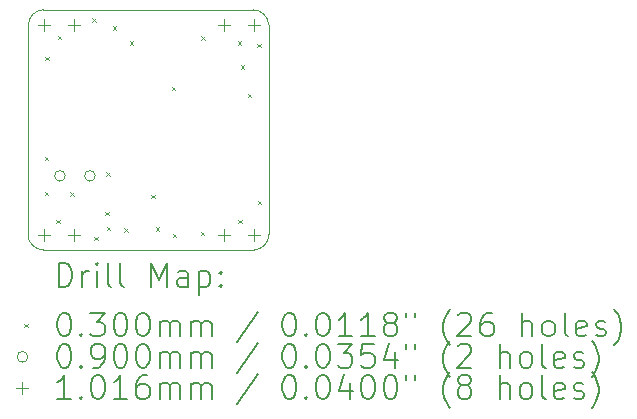
<source format=gbr>
%TF.GenerationSoftware,KiCad,Pcbnew,8.0.5*%
%TF.CreationDate,2024-09-21T22:46:54-06:00*%
%TF.ProjectId,KiCad_MiniBadge_Learning,4b694361-645f-44d6-996e-694261646765,rev?*%
%TF.SameCoordinates,Original*%
%TF.FileFunction,Drillmap*%
%TF.FilePolarity,Positive*%
%FSLAX45Y45*%
G04 Gerber Fmt 4.5, Leading zero omitted, Abs format (unit mm)*
G04 Created by KiCad (PCBNEW 8.0.5) date 2024-09-21 22:46:54*
%MOMM*%
%LPD*%
G01*
G04 APERTURE LIST*
%ADD10C,0.022970*%
%ADD11C,0.200000*%
%ADD12C,0.100000*%
%ADD13C,0.101600*%
G04 APERTURE END LIST*
D10*
X13915380Y-8860500D02*
X13912554Y-10634388D01*
X14044188Y-10762000D02*
X15825468Y-10762286D01*
X15819192Y-8729380D02*
X14042992Y-8728866D01*
X15953080Y-10630652D02*
X15950826Y-8856992D01*
X13915380Y-8860500D02*
G75*
G02*
X14042992Y-8728866I131697J0D01*
G01*
X14044188Y-10762000D02*
G75*
G02*
X13912554Y-10634388I0J131698D01*
G01*
X15819192Y-8729380D02*
G75*
G02*
X15950826Y-8856992I-2J-131700D01*
G01*
X15953080Y-10630652D02*
G75*
G02*
X15825468Y-10762286I-131700J2D01*
G01*
D11*
D12*
X14055000Y-9975000D02*
X14085000Y-10005000D01*
X14085000Y-9975000D02*
X14055000Y-10005000D01*
X14055000Y-10270000D02*
X14085000Y-10300000D01*
X14085000Y-10270000D02*
X14055000Y-10300000D01*
X14060000Y-9125000D02*
X14090000Y-9155000D01*
X14090000Y-9125000D02*
X14060000Y-9155000D01*
X14150000Y-10505000D02*
X14180000Y-10535000D01*
X14180000Y-10505000D02*
X14150000Y-10535000D01*
X14165000Y-8950000D02*
X14195000Y-8980000D01*
X14195000Y-8950000D02*
X14165000Y-8980000D01*
X14270000Y-10275000D02*
X14300000Y-10305000D01*
X14300000Y-10275000D02*
X14270000Y-10305000D01*
X14455000Y-8800000D02*
X14485000Y-8830000D01*
X14485000Y-8800000D02*
X14455000Y-8830000D01*
X14475000Y-10650000D02*
X14505000Y-10680000D01*
X14505000Y-10650000D02*
X14475000Y-10680000D01*
X14565000Y-10440000D02*
X14595000Y-10470000D01*
X14595000Y-10440000D02*
X14565000Y-10470000D01*
X14575000Y-10105000D02*
X14605000Y-10135000D01*
X14605000Y-10105000D02*
X14575000Y-10135000D01*
X14580000Y-10565000D02*
X14610000Y-10595000D01*
X14610000Y-10565000D02*
X14580000Y-10595000D01*
X14630000Y-8870000D02*
X14660000Y-8900000D01*
X14660000Y-8870000D02*
X14630000Y-8900000D01*
X14730000Y-10580000D02*
X14760000Y-10610000D01*
X14760000Y-10580000D02*
X14730000Y-10610000D01*
X14775000Y-8995000D02*
X14805000Y-9025000D01*
X14805000Y-8995000D02*
X14775000Y-9025000D01*
X14955000Y-10295000D02*
X14985000Y-10325000D01*
X14985000Y-10295000D02*
X14955000Y-10325000D01*
X14995000Y-10570000D02*
X15025000Y-10600000D01*
X15025000Y-10570000D02*
X14995000Y-10600000D01*
X15130000Y-9380000D02*
X15160000Y-9410000D01*
X15160000Y-9380000D02*
X15130000Y-9410000D01*
X15140000Y-10625000D02*
X15170000Y-10655000D01*
X15170000Y-10625000D02*
X15140000Y-10655000D01*
X15375000Y-10610000D02*
X15405000Y-10640000D01*
X15405000Y-10610000D02*
X15375000Y-10640000D01*
X15380000Y-8955000D02*
X15410000Y-8985000D01*
X15410000Y-8955000D02*
X15380000Y-8985000D01*
X15690000Y-8995000D02*
X15720000Y-9025000D01*
X15720000Y-8995000D02*
X15690000Y-9025000D01*
X15695000Y-10505000D02*
X15725000Y-10535000D01*
X15725000Y-10505000D02*
X15695000Y-10535000D01*
X15715000Y-9200000D02*
X15745000Y-9230000D01*
X15745000Y-9200000D02*
X15715000Y-9230000D01*
X15775000Y-9440000D02*
X15805000Y-9470000D01*
X15805000Y-9440000D02*
X15775000Y-9470000D01*
X15855000Y-9015000D02*
X15885000Y-9045000D01*
X15885000Y-9015000D02*
X15855000Y-9045000D01*
X15860000Y-10345000D02*
X15890000Y-10375000D01*
X15890000Y-10345000D02*
X15860000Y-10375000D01*
X14228500Y-10135000D02*
G75*
G02*
X14138500Y-10135000I-45000J0D01*
G01*
X14138500Y-10135000D02*
G75*
G02*
X14228500Y-10135000I45000J0D01*
G01*
X14482500Y-10135000D02*
G75*
G02*
X14392500Y-10135000I-45000J0D01*
G01*
X14392500Y-10135000D02*
G75*
G02*
X14482500Y-10135000I45000J0D01*
G01*
D13*
X14046500Y-8809700D02*
X14046500Y-8911300D01*
X13995700Y-8860500D02*
X14097300Y-8860500D01*
X14046500Y-10587700D02*
X14046500Y-10689300D01*
X13995700Y-10638500D02*
X14097300Y-10638500D01*
X14300500Y-8809700D02*
X14300500Y-8911300D01*
X14249700Y-8860500D02*
X14351300Y-8860500D01*
X14300500Y-10587700D02*
X14300500Y-10689300D01*
X14249700Y-10638500D02*
X14351300Y-10638500D01*
X15570500Y-8809700D02*
X15570500Y-8911300D01*
X15519700Y-8860500D02*
X15621300Y-8860500D01*
X15570500Y-10587700D02*
X15570500Y-10689300D01*
X15519700Y-10638500D02*
X15621300Y-10638500D01*
X15824500Y-8809700D02*
X15824500Y-8911300D01*
X15773700Y-8860500D02*
X15875300Y-8860500D01*
X15824500Y-10587700D02*
X15824500Y-10689300D01*
X15773700Y-10638500D02*
X15875300Y-10638500D01*
D11*
X14172182Y-11074918D02*
X14172182Y-10874918D01*
X14172182Y-10874918D02*
X14219801Y-10874918D01*
X14219801Y-10874918D02*
X14248373Y-10884442D01*
X14248373Y-10884442D02*
X14267420Y-10903490D01*
X14267420Y-10903490D02*
X14276944Y-10922537D01*
X14276944Y-10922537D02*
X14286468Y-10960632D01*
X14286468Y-10960632D02*
X14286468Y-10989204D01*
X14286468Y-10989204D02*
X14276944Y-11027299D01*
X14276944Y-11027299D02*
X14267420Y-11046347D01*
X14267420Y-11046347D02*
X14248373Y-11065394D01*
X14248373Y-11065394D02*
X14219801Y-11074918D01*
X14219801Y-11074918D02*
X14172182Y-11074918D01*
X14372182Y-11074918D02*
X14372182Y-10941585D01*
X14372182Y-10979680D02*
X14381706Y-10960632D01*
X14381706Y-10960632D02*
X14391230Y-10951109D01*
X14391230Y-10951109D02*
X14410278Y-10941585D01*
X14410278Y-10941585D02*
X14429325Y-10941585D01*
X14495992Y-11074918D02*
X14495992Y-10941585D01*
X14495992Y-10874918D02*
X14486468Y-10884442D01*
X14486468Y-10884442D02*
X14495992Y-10893966D01*
X14495992Y-10893966D02*
X14505516Y-10884442D01*
X14505516Y-10884442D02*
X14495992Y-10874918D01*
X14495992Y-10874918D02*
X14495992Y-10893966D01*
X14619801Y-11074918D02*
X14600754Y-11065394D01*
X14600754Y-11065394D02*
X14591230Y-11046347D01*
X14591230Y-11046347D02*
X14591230Y-10874918D01*
X14724563Y-11074918D02*
X14705516Y-11065394D01*
X14705516Y-11065394D02*
X14695992Y-11046347D01*
X14695992Y-11046347D02*
X14695992Y-10874918D01*
X14953135Y-11074918D02*
X14953135Y-10874918D01*
X14953135Y-10874918D02*
X15019801Y-11017775D01*
X15019801Y-11017775D02*
X15086468Y-10874918D01*
X15086468Y-10874918D02*
X15086468Y-11074918D01*
X15267420Y-11074918D02*
X15267420Y-10970156D01*
X15267420Y-10970156D02*
X15257897Y-10951109D01*
X15257897Y-10951109D02*
X15238849Y-10941585D01*
X15238849Y-10941585D02*
X15200754Y-10941585D01*
X15200754Y-10941585D02*
X15181706Y-10951109D01*
X15267420Y-11065394D02*
X15248373Y-11074918D01*
X15248373Y-11074918D02*
X15200754Y-11074918D01*
X15200754Y-11074918D02*
X15181706Y-11065394D01*
X15181706Y-11065394D02*
X15172182Y-11046347D01*
X15172182Y-11046347D02*
X15172182Y-11027299D01*
X15172182Y-11027299D02*
X15181706Y-11008252D01*
X15181706Y-11008252D02*
X15200754Y-10998728D01*
X15200754Y-10998728D02*
X15248373Y-10998728D01*
X15248373Y-10998728D02*
X15267420Y-10989204D01*
X15362659Y-10941585D02*
X15362659Y-11141585D01*
X15362659Y-10951109D02*
X15381706Y-10941585D01*
X15381706Y-10941585D02*
X15419801Y-10941585D01*
X15419801Y-10941585D02*
X15438849Y-10951109D01*
X15438849Y-10951109D02*
X15448373Y-10960632D01*
X15448373Y-10960632D02*
X15457897Y-10979680D01*
X15457897Y-10979680D02*
X15457897Y-11036823D01*
X15457897Y-11036823D02*
X15448373Y-11055871D01*
X15448373Y-11055871D02*
X15438849Y-11065394D01*
X15438849Y-11065394D02*
X15419801Y-11074918D01*
X15419801Y-11074918D02*
X15381706Y-11074918D01*
X15381706Y-11074918D02*
X15362659Y-11065394D01*
X15543611Y-11055871D02*
X15553135Y-11065394D01*
X15553135Y-11065394D02*
X15543611Y-11074918D01*
X15543611Y-11074918D02*
X15534087Y-11065394D01*
X15534087Y-11065394D02*
X15543611Y-11055871D01*
X15543611Y-11055871D02*
X15543611Y-11074918D01*
X15543611Y-10951109D02*
X15553135Y-10960632D01*
X15553135Y-10960632D02*
X15543611Y-10970156D01*
X15543611Y-10970156D02*
X15534087Y-10960632D01*
X15534087Y-10960632D02*
X15543611Y-10951109D01*
X15543611Y-10951109D02*
X15543611Y-10970156D01*
D12*
X13881406Y-11388434D02*
X13911406Y-11418434D01*
X13911406Y-11388434D02*
X13881406Y-11418434D01*
D11*
X14210278Y-11294918D02*
X14229325Y-11294918D01*
X14229325Y-11294918D02*
X14248373Y-11304442D01*
X14248373Y-11304442D02*
X14257897Y-11313966D01*
X14257897Y-11313966D02*
X14267420Y-11333013D01*
X14267420Y-11333013D02*
X14276944Y-11371109D01*
X14276944Y-11371109D02*
X14276944Y-11418728D01*
X14276944Y-11418728D02*
X14267420Y-11456823D01*
X14267420Y-11456823D02*
X14257897Y-11475870D01*
X14257897Y-11475870D02*
X14248373Y-11485394D01*
X14248373Y-11485394D02*
X14229325Y-11494918D01*
X14229325Y-11494918D02*
X14210278Y-11494918D01*
X14210278Y-11494918D02*
X14191230Y-11485394D01*
X14191230Y-11485394D02*
X14181706Y-11475870D01*
X14181706Y-11475870D02*
X14172182Y-11456823D01*
X14172182Y-11456823D02*
X14162659Y-11418728D01*
X14162659Y-11418728D02*
X14162659Y-11371109D01*
X14162659Y-11371109D02*
X14172182Y-11333013D01*
X14172182Y-11333013D02*
X14181706Y-11313966D01*
X14181706Y-11313966D02*
X14191230Y-11304442D01*
X14191230Y-11304442D02*
X14210278Y-11294918D01*
X14362659Y-11475870D02*
X14372182Y-11485394D01*
X14372182Y-11485394D02*
X14362659Y-11494918D01*
X14362659Y-11494918D02*
X14353135Y-11485394D01*
X14353135Y-11485394D02*
X14362659Y-11475870D01*
X14362659Y-11475870D02*
X14362659Y-11494918D01*
X14438849Y-11294918D02*
X14562659Y-11294918D01*
X14562659Y-11294918D02*
X14495992Y-11371109D01*
X14495992Y-11371109D02*
X14524563Y-11371109D01*
X14524563Y-11371109D02*
X14543611Y-11380632D01*
X14543611Y-11380632D02*
X14553135Y-11390156D01*
X14553135Y-11390156D02*
X14562659Y-11409204D01*
X14562659Y-11409204D02*
X14562659Y-11456823D01*
X14562659Y-11456823D02*
X14553135Y-11475870D01*
X14553135Y-11475870D02*
X14543611Y-11485394D01*
X14543611Y-11485394D02*
X14524563Y-11494918D01*
X14524563Y-11494918D02*
X14467420Y-11494918D01*
X14467420Y-11494918D02*
X14448373Y-11485394D01*
X14448373Y-11485394D02*
X14438849Y-11475870D01*
X14686468Y-11294918D02*
X14705516Y-11294918D01*
X14705516Y-11294918D02*
X14724563Y-11304442D01*
X14724563Y-11304442D02*
X14734087Y-11313966D01*
X14734087Y-11313966D02*
X14743611Y-11333013D01*
X14743611Y-11333013D02*
X14753135Y-11371109D01*
X14753135Y-11371109D02*
X14753135Y-11418728D01*
X14753135Y-11418728D02*
X14743611Y-11456823D01*
X14743611Y-11456823D02*
X14734087Y-11475870D01*
X14734087Y-11475870D02*
X14724563Y-11485394D01*
X14724563Y-11485394D02*
X14705516Y-11494918D01*
X14705516Y-11494918D02*
X14686468Y-11494918D01*
X14686468Y-11494918D02*
X14667420Y-11485394D01*
X14667420Y-11485394D02*
X14657897Y-11475870D01*
X14657897Y-11475870D02*
X14648373Y-11456823D01*
X14648373Y-11456823D02*
X14638849Y-11418728D01*
X14638849Y-11418728D02*
X14638849Y-11371109D01*
X14638849Y-11371109D02*
X14648373Y-11333013D01*
X14648373Y-11333013D02*
X14657897Y-11313966D01*
X14657897Y-11313966D02*
X14667420Y-11304442D01*
X14667420Y-11304442D02*
X14686468Y-11294918D01*
X14876944Y-11294918D02*
X14895992Y-11294918D01*
X14895992Y-11294918D02*
X14915040Y-11304442D01*
X14915040Y-11304442D02*
X14924563Y-11313966D01*
X14924563Y-11313966D02*
X14934087Y-11333013D01*
X14934087Y-11333013D02*
X14943611Y-11371109D01*
X14943611Y-11371109D02*
X14943611Y-11418728D01*
X14943611Y-11418728D02*
X14934087Y-11456823D01*
X14934087Y-11456823D02*
X14924563Y-11475870D01*
X14924563Y-11475870D02*
X14915040Y-11485394D01*
X14915040Y-11485394D02*
X14895992Y-11494918D01*
X14895992Y-11494918D02*
X14876944Y-11494918D01*
X14876944Y-11494918D02*
X14857897Y-11485394D01*
X14857897Y-11485394D02*
X14848373Y-11475870D01*
X14848373Y-11475870D02*
X14838849Y-11456823D01*
X14838849Y-11456823D02*
X14829325Y-11418728D01*
X14829325Y-11418728D02*
X14829325Y-11371109D01*
X14829325Y-11371109D02*
X14838849Y-11333013D01*
X14838849Y-11333013D02*
X14848373Y-11313966D01*
X14848373Y-11313966D02*
X14857897Y-11304442D01*
X14857897Y-11304442D02*
X14876944Y-11294918D01*
X15029325Y-11494918D02*
X15029325Y-11361585D01*
X15029325Y-11380632D02*
X15038849Y-11371109D01*
X15038849Y-11371109D02*
X15057897Y-11361585D01*
X15057897Y-11361585D02*
X15086468Y-11361585D01*
X15086468Y-11361585D02*
X15105516Y-11371109D01*
X15105516Y-11371109D02*
X15115040Y-11390156D01*
X15115040Y-11390156D02*
X15115040Y-11494918D01*
X15115040Y-11390156D02*
X15124563Y-11371109D01*
X15124563Y-11371109D02*
X15143611Y-11361585D01*
X15143611Y-11361585D02*
X15172182Y-11361585D01*
X15172182Y-11361585D02*
X15191230Y-11371109D01*
X15191230Y-11371109D02*
X15200754Y-11390156D01*
X15200754Y-11390156D02*
X15200754Y-11494918D01*
X15295992Y-11494918D02*
X15295992Y-11361585D01*
X15295992Y-11380632D02*
X15305516Y-11371109D01*
X15305516Y-11371109D02*
X15324563Y-11361585D01*
X15324563Y-11361585D02*
X15353135Y-11361585D01*
X15353135Y-11361585D02*
X15372182Y-11371109D01*
X15372182Y-11371109D02*
X15381706Y-11390156D01*
X15381706Y-11390156D02*
X15381706Y-11494918D01*
X15381706Y-11390156D02*
X15391230Y-11371109D01*
X15391230Y-11371109D02*
X15410278Y-11361585D01*
X15410278Y-11361585D02*
X15438849Y-11361585D01*
X15438849Y-11361585D02*
X15457897Y-11371109D01*
X15457897Y-11371109D02*
X15467421Y-11390156D01*
X15467421Y-11390156D02*
X15467421Y-11494918D01*
X15857897Y-11285394D02*
X15686468Y-11542537D01*
X16115040Y-11294918D02*
X16134087Y-11294918D01*
X16134087Y-11294918D02*
X16153135Y-11304442D01*
X16153135Y-11304442D02*
X16162659Y-11313966D01*
X16162659Y-11313966D02*
X16172183Y-11333013D01*
X16172183Y-11333013D02*
X16181706Y-11371109D01*
X16181706Y-11371109D02*
X16181706Y-11418728D01*
X16181706Y-11418728D02*
X16172183Y-11456823D01*
X16172183Y-11456823D02*
X16162659Y-11475870D01*
X16162659Y-11475870D02*
X16153135Y-11485394D01*
X16153135Y-11485394D02*
X16134087Y-11494918D01*
X16134087Y-11494918D02*
X16115040Y-11494918D01*
X16115040Y-11494918D02*
X16095992Y-11485394D01*
X16095992Y-11485394D02*
X16086468Y-11475870D01*
X16086468Y-11475870D02*
X16076944Y-11456823D01*
X16076944Y-11456823D02*
X16067421Y-11418728D01*
X16067421Y-11418728D02*
X16067421Y-11371109D01*
X16067421Y-11371109D02*
X16076944Y-11333013D01*
X16076944Y-11333013D02*
X16086468Y-11313966D01*
X16086468Y-11313966D02*
X16095992Y-11304442D01*
X16095992Y-11304442D02*
X16115040Y-11294918D01*
X16267421Y-11475870D02*
X16276944Y-11485394D01*
X16276944Y-11485394D02*
X16267421Y-11494918D01*
X16267421Y-11494918D02*
X16257897Y-11485394D01*
X16257897Y-11485394D02*
X16267421Y-11475870D01*
X16267421Y-11475870D02*
X16267421Y-11494918D01*
X16400754Y-11294918D02*
X16419802Y-11294918D01*
X16419802Y-11294918D02*
X16438849Y-11304442D01*
X16438849Y-11304442D02*
X16448373Y-11313966D01*
X16448373Y-11313966D02*
X16457897Y-11333013D01*
X16457897Y-11333013D02*
X16467421Y-11371109D01*
X16467421Y-11371109D02*
X16467421Y-11418728D01*
X16467421Y-11418728D02*
X16457897Y-11456823D01*
X16457897Y-11456823D02*
X16448373Y-11475870D01*
X16448373Y-11475870D02*
X16438849Y-11485394D01*
X16438849Y-11485394D02*
X16419802Y-11494918D01*
X16419802Y-11494918D02*
X16400754Y-11494918D01*
X16400754Y-11494918D02*
X16381706Y-11485394D01*
X16381706Y-11485394D02*
X16372183Y-11475870D01*
X16372183Y-11475870D02*
X16362659Y-11456823D01*
X16362659Y-11456823D02*
X16353135Y-11418728D01*
X16353135Y-11418728D02*
X16353135Y-11371109D01*
X16353135Y-11371109D02*
X16362659Y-11333013D01*
X16362659Y-11333013D02*
X16372183Y-11313966D01*
X16372183Y-11313966D02*
X16381706Y-11304442D01*
X16381706Y-11304442D02*
X16400754Y-11294918D01*
X16657897Y-11494918D02*
X16543611Y-11494918D01*
X16600754Y-11494918D02*
X16600754Y-11294918D01*
X16600754Y-11294918D02*
X16581706Y-11323490D01*
X16581706Y-11323490D02*
X16562659Y-11342537D01*
X16562659Y-11342537D02*
X16543611Y-11352061D01*
X16848373Y-11494918D02*
X16734087Y-11494918D01*
X16791230Y-11494918D02*
X16791230Y-11294918D01*
X16791230Y-11294918D02*
X16772183Y-11323490D01*
X16772183Y-11323490D02*
X16753135Y-11342537D01*
X16753135Y-11342537D02*
X16734087Y-11352061D01*
X16962659Y-11380632D02*
X16943611Y-11371109D01*
X16943611Y-11371109D02*
X16934087Y-11361585D01*
X16934087Y-11361585D02*
X16924564Y-11342537D01*
X16924564Y-11342537D02*
X16924564Y-11333013D01*
X16924564Y-11333013D02*
X16934087Y-11313966D01*
X16934087Y-11313966D02*
X16943611Y-11304442D01*
X16943611Y-11304442D02*
X16962659Y-11294918D01*
X16962659Y-11294918D02*
X17000754Y-11294918D01*
X17000754Y-11294918D02*
X17019802Y-11304442D01*
X17019802Y-11304442D02*
X17029326Y-11313966D01*
X17029326Y-11313966D02*
X17038849Y-11333013D01*
X17038849Y-11333013D02*
X17038849Y-11342537D01*
X17038849Y-11342537D02*
X17029326Y-11361585D01*
X17029326Y-11361585D02*
X17019802Y-11371109D01*
X17019802Y-11371109D02*
X17000754Y-11380632D01*
X17000754Y-11380632D02*
X16962659Y-11380632D01*
X16962659Y-11380632D02*
X16943611Y-11390156D01*
X16943611Y-11390156D02*
X16934087Y-11399680D01*
X16934087Y-11399680D02*
X16924564Y-11418728D01*
X16924564Y-11418728D02*
X16924564Y-11456823D01*
X16924564Y-11456823D02*
X16934087Y-11475870D01*
X16934087Y-11475870D02*
X16943611Y-11485394D01*
X16943611Y-11485394D02*
X16962659Y-11494918D01*
X16962659Y-11494918D02*
X17000754Y-11494918D01*
X17000754Y-11494918D02*
X17019802Y-11485394D01*
X17019802Y-11485394D02*
X17029326Y-11475870D01*
X17029326Y-11475870D02*
X17038849Y-11456823D01*
X17038849Y-11456823D02*
X17038849Y-11418728D01*
X17038849Y-11418728D02*
X17029326Y-11399680D01*
X17029326Y-11399680D02*
X17019802Y-11390156D01*
X17019802Y-11390156D02*
X17000754Y-11380632D01*
X17115040Y-11294918D02*
X17115040Y-11333013D01*
X17191230Y-11294918D02*
X17191230Y-11333013D01*
X17486469Y-11571109D02*
X17476945Y-11561585D01*
X17476945Y-11561585D02*
X17457897Y-11533013D01*
X17457897Y-11533013D02*
X17448373Y-11513966D01*
X17448373Y-11513966D02*
X17438849Y-11485394D01*
X17438849Y-11485394D02*
X17429326Y-11437775D01*
X17429326Y-11437775D02*
X17429326Y-11399680D01*
X17429326Y-11399680D02*
X17438849Y-11352061D01*
X17438849Y-11352061D02*
X17448373Y-11323490D01*
X17448373Y-11323490D02*
X17457897Y-11304442D01*
X17457897Y-11304442D02*
X17476945Y-11275870D01*
X17476945Y-11275870D02*
X17486469Y-11266347D01*
X17553135Y-11313966D02*
X17562659Y-11304442D01*
X17562659Y-11304442D02*
X17581707Y-11294918D01*
X17581707Y-11294918D02*
X17629326Y-11294918D01*
X17629326Y-11294918D02*
X17648373Y-11304442D01*
X17648373Y-11304442D02*
X17657897Y-11313966D01*
X17657897Y-11313966D02*
X17667421Y-11333013D01*
X17667421Y-11333013D02*
X17667421Y-11352061D01*
X17667421Y-11352061D02*
X17657897Y-11380632D01*
X17657897Y-11380632D02*
X17543611Y-11494918D01*
X17543611Y-11494918D02*
X17667421Y-11494918D01*
X17838849Y-11294918D02*
X17800754Y-11294918D01*
X17800754Y-11294918D02*
X17781707Y-11304442D01*
X17781707Y-11304442D02*
X17772183Y-11313966D01*
X17772183Y-11313966D02*
X17753135Y-11342537D01*
X17753135Y-11342537D02*
X17743611Y-11380632D01*
X17743611Y-11380632D02*
X17743611Y-11456823D01*
X17743611Y-11456823D02*
X17753135Y-11475870D01*
X17753135Y-11475870D02*
X17762659Y-11485394D01*
X17762659Y-11485394D02*
X17781707Y-11494918D01*
X17781707Y-11494918D02*
X17819802Y-11494918D01*
X17819802Y-11494918D02*
X17838849Y-11485394D01*
X17838849Y-11485394D02*
X17848373Y-11475870D01*
X17848373Y-11475870D02*
X17857897Y-11456823D01*
X17857897Y-11456823D02*
X17857897Y-11409204D01*
X17857897Y-11409204D02*
X17848373Y-11390156D01*
X17848373Y-11390156D02*
X17838849Y-11380632D01*
X17838849Y-11380632D02*
X17819802Y-11371109D01*
X17819802Y-11371109D02*
X17781707Y-11371109D01*
X17781707Y-11371109D02*
X17762659Y-11380632D01*
X17762659Y-11380632D02*
X17753135Y-11390156D01*
X17753135Y-11390156D02*
X17743611Y-11409204D01*
X18095992Y-11494918D02*
X18095992Y-11294918D01*
X18181707Y-11494918D02*
X18181707Y-11390156D01*
X18181707Y-11390156D02*
X18172183Y-11371109D01*
X18172183Y-11371109D02*
X18153135Y-11361585D01*
X18153135Y-11361585D02*
X18124564Y-11361585D01*
X18124564Y-11361585D02*
X18105516Y-11371109D01*
X18105516Y-11371109D02*
X18095992Y-11380632D01*
X18305516Y-11494918D02*
X18286469Y-11485394D01*
X18286469Y-11485394D02*
X18276945Y-11475870D01*
X18276945Y-11475870D02*
X18267421Y-11456823D01*
X18267421Y-11456823D02*
X18267421Y-11399680D01*
X18267421Y-11399680D02*
X18276945Y-11380632D01*
X18276945Y-11380632D02*
X18286469Y-11371109D01*
X18286469Y-11371109D02*
X18305516Y-11361585D01*
X18305516Y-11361585D02*
X18334088Y-11361585D01*
X18334088Y-11361585D02*
X18353135Y-11371109D01*
X18353135Y-11371109D02*
X18362659Y-11380632D01*
X18362659Y-11380632D02*
X18372183Y-11399680D01*
X18372183Y-11399680D02*
X18372183Y-11456823D01*
X18372183Y-11456823D02*
X18362659Y-11475870D01*
X18362659Y-11475870D02*
X18353135Y-11485394D01*
X18353135Y-11485394D02*
X18334088Y-11494918D01*
X18334088Y-11494918D02*
X18305516Y-11494918D01*
X18486469Y-11494918D02*
X18467421Y-11485394D01*
X18467421Y-11485394D02*
X18457897Y-11466347D01*
X18457897Y-11466347D02*
X18457897Y-11294918D01*
X18638850Y-11485394D02*
X18619802Y-11494918D01*
X18619802Y-11494918D02*
X18581707Y-11494918D01*
X18581707Y-11494918D02*
X18562659Y-11485394D01*
X18562659Y-11485394D02*
X18553135Y-11466347D01*
X18553135Y-11466347D02*
X18553135Y-11390156D01*
X18553135Y-11390156D02*
X18562659Y-11371109D01*
X18562659Y-11371109D02*
X18581707Y-11361585D01*
X18581707Y-11361585D02*
X18619802Y-11361585D01*
X18619802Y-11361585D02*
X18638850Y-11371109D01*
X18638850Y-11371109D02*
X18648373Y-11390156D01*
X18648373Y-11390156D02*
X18648373Y-11409204D01*
X18648373Y-11409204D02*
X18553135Y-11428251D01*
X18724564Y-11485394D02*
X18743611Y-11494918D01*
X18743611Y-11494918D02*
X18781707Y-11494918D01*
X18781707Y-11494918D02*
X18800754Y-11485394D01*
X18800754Y-11485394D02*
X18810278Y-11466347D01*
X18810278Y-11466347D02*
X18810278Y-11456823D01*
X18810278Y-11456823D02*
X18800754Y-11437775D01*
X18800754Y-11437775D02*
X18781707Y-11428251D01*
X18781707Y-11428251D02*
X18753135Y-11428251D01*
X18753135Y-11428251D02*
X18734088Y-11418728D01*
X18734088Y-11418728D02*
X18724564Y-11399680D01*
X18724564Y-11399680D02*
X18724564Y-11390156D01*
X18724564Y-11390156D02*
X18734088Y-11371109D01*
X18734088Y-11371109D02*
X18753135Y-11361585D01*
X18753135Y-11361585D02*
X18781707Y-11361585D01*
X18781707Y-11361585D02*
X18800754Y-11371109D01*
X18876945Y-11571109D02*
X18886469Y-11561585D01*
X18886469Y-11561585D02*
X18905516Y-11533013D01*
X18905516Y-11533013D02*
X18915040Y-11513966D01*
X18915040Y-11513966D02*
X18924564Y-11485394D01*
X18924564Y-11485394D02*
X18934088Y-11437775D01*
X18934088Y-11437775D02*
X18934088Y-11399680D01*
X18934088Y-11399680D02*
X18924564Y-11352061D01*
X18924564Y-11352061D02*
X18915040Y-11323490D01*
X18915040Y-11323490D02*
X18905516Y-11304442D01*
X18905516Y-11304442D02*
X18886469Y-11275870D01*
X18886469Y-11275870D02*
X18876945Y-11266347D01*
D12*
X13911406Y-11667434D02*
G75*
G02*
X13821406Y-11667434I-45000J0D01*
G01*
X13821406Y-11667434D02*
G75*
G02*
X13911406Y-11667434I45000J0D01*
G01*
D11*
X14210278Y-11558918D02*
X14229325Y-11558918D01*
X14229325Y-11558918D02*
X14248373Y-11568442D01*
X14248373Y-11568442D02*
X14257897Y-11577966D01*
X14257897Y-11577966D02*
X14267420Y-11597013D01*
X14267420Y-11597013D02*
X14276944Y-11635109D01*
X14276944Y-11635109D02*
X14276944Y-11682728D01*
X14276944Y-11682728D02*
X14267420Y-11720823D01*
X14267420Y-11720823D02*
X14257897Y-11739870D01*
X14257897Y-11739870D02*
X14248373Y-11749394D01*
X14248373Y-11749394D02*
X14229325Y-11758918D01*
X14229325Y-11758918D02*
X14210278Y-11758918D01*
X14210278Y-11758918D02*
X14191230Y-11749394D01*
X14191230Y-11749394D02*
X14181706Y-11739870D01*
X14181706Y-11739870D02*
X14172182Y-11720823D01*
X14172182Y-11720823D02*
X14162659Y-11682728D01*
X14162659Y-11682728D02*
X14162659Y-11635109D01*
X14162659Y-11635109D02*
X14172182Y-11597013D01*
X14172182Y-11597013D02*
X14181706Y-11577966D01*
X14181706Y-11577966D02*
X14191230Y-11568442D01*
X14191230Y-11568442D02*
X14210278Y-11558918D01*
X14362659Y-11739870D02*
X14372182Y-11749394D01*
X14372182Y-11749394D02*
X14362659Y-11758918D01*
X14362659Y-11758918D02*
X14353135Y-11749394D01*
X14353135Y-11749394D02*
X14362659Y-11739870D01*
X14362659Y-11739870D02*
X14362659Y-11758918D01*
X14467420Y-11758918D02*
X14505516Y-11758918D01*
X14505516Y-11758918D02*
X14524563Y-11749394D01*
X14524563Y-11749394D02*
X14534087Y-11739870D01*
X14534087Y-11739870D02*
X14553135Y-11711299D01*
X14553135Y-11711299D02*
X14562659Y-11673204D01*
X14562659Y-11673204D02*
X14562659Y-11597013D01*
X14562659Y-11597013D02*
X14553135Y-11577966D01*
X14553135Y-11577966D02*
X14543611Y-11568442D01*
X14543611Y-11568442D02*
X14524563Y-11558918D01*
X14524563Y-11558918D02*
X14486468Y-11558918D01*
X14486468Y-11558918D02*
X14467420Y-11568442D01*
X14467420Y-11568442D02*
X14457897Y-11577966D01*
X14457897Y-11577966D02*
X14448373Y-11597013D01*
X14448373Y-11597013D02*
X14448373Y-11644632D01*
X14448373Y-11644632D02*
X14457897Y-11663680D01*
X14457897Y-11663680D02*
X14467420Y-11673204D01*
X14467420Y-11673204D02*
X14486468Y-11682728D01*
X14486468Y-11682728D02*
X14524563Y-11682728D01*
X14524563Y-11682728D02*
X14543611Y-11673204D01*
X14543611Y-11673204D02*
X14553135Y-11663680D01*
X14553135Y-11663680D02*
X14562659Y-11644632D01*
X14686468Y-11558918D02*
X14705516Y-11558918D01*
X14705516Y-11558918D02*
X14724563Y-11568442D01*
X14724563Y-11568442D02*
X14734087Y-11577966D01*
X14734087Y-11577966D02*
X14743611Y-11597013D01*
X14743611Y-11597013D02*
X14753135Y-11635109D01*
X14753135Y-11635109D02*
X14753135Y-11682728D01*
X14753135Y-11682728D02*
X14743611Y-11720823D01*
X14743611Y-11720823D02*
X14734087Y-11739870D01*
X14734087Y-11739870D02*
X14724563Y-11749394D01*
X14724563Y-11749394D02*
X14705516Y-11758918D01*
X14705516Y-11758918D02*
X14686468Y-11758918D01*
X14686468Y-11758918D02*
X14667420Y-11749394D01*
X14667420Y-11749394D02*
X14657897Y-11739870D01*
X14657897Y-11739870D02*
X14648373Y-11720823D01*
X14648373Y-11720823D02*
X14638849Y-11682728D01*
X14638849Y-11682728D02*
X14638849Y-11635109D01*
X14638849Y-11635109D02*
X14648373Y-11597013D01*
X14648373Y-11597013D02*
X14657897Y-11577966D01*
X14657897Y-11577966D02*
X14667420Y-11568442D01*
X14667420Y-11568442D02*
X14686468Y-11558918D01*
X14876944Y-11558918D02*
X14895992Y-11558918D01*
X14895992Y-11558918D02*
X14915040Y-11568442D01*
X14915040Y-11568442D02*
X14924563Y-11577966D01*
X14924563Y-11577966D02*
X14934087Y-11597013D01*
X14934087Y-11597013D02*
X14943611Y-11635109D01*
X14943611Y-11635109D02*
X14943611Y-11682728D01*
X14943611Y-11682728D02*
X14934087Y-11720823D01*
X14934087Y-11720823D02*
X14924563Y-11739870D01*
X14924563Y-11739870D02*
X14915040Y-11749394D01*
X14915040Y-11749394D02*
X14895992Y-11758918D01*
X14895992Y-11758918D02*
X14876944Y-11758918D01*
X14876944Y-11758918D02*
X14857897Y-11749394D01*
X14857897Y-11749394D02*
X14848373Y-11739870D01*
X14848373Y-11739870D02*
X14838849Y-11720823D01*
X14838849Y-11720823D02*
X14829325Y-11682728D01*
X14829325Y-11682728D02*
X14829325Y-11635109D01*
X14829325Y-11635109D02*
X14838849Y-11597013D01*
X14838849Y-11597013D02*
X14848373Y-11577966D01*
X14848373Y-11577966D02*
X14857897Y-11568442D01*
X14857897Y-11568442D02*
X14876944Y-11558918D01*
X15029325Y-11758918D02*
X15029325Y-11625585D01*
X15029325Y-11644632D02*
X15038849Y-11635109D01*
X15038849Y-11635109D02*
X15057897Y-11625585D01*
X15057897Y-11625585D02*
X15086468Y-11625585D01*
X15086468Y-11625585D02*
X15105516Y-11635109D01*
X15105516Y-11635109D02*
X15115040Y-11654156D01*
X15115040Y-11654156D02*
X15115040Y-11758918D01*
X15115040Y-11654156D02*
X15124563Y-11635109D01*
X15124563Y-11635109D02*
X15143611Y-11625585D01*
X15143611Y-11625585D02*
X15172182Y-11625585D01*
X15172182Y-11625585D02*
X15191230Y-11635109D01*
X15191230Y-11635109D02*
X15200754Y-11654156D01*
X15200754Y-11654156D02*
X15200754Y-11758918D01*
X15295992Y-11758918D02*
X15295992Y-11625585D01*
X15295992Y-11644632D02*
X15305516Y-11635109D01*
X15305516Y-11635109D02*
X15324563Y-11625585D01*
X15324563Y-11625585D02*
X15353135Y-11625585D01*
X15353135Y-11625585D02*
X15372182Y-11635109D01*
X15372182Y-11635109D02*
X15381706Y-11654156D01*
X15381706Y-11654156D02*
X15381706Y-11758918D01*
X15381706Y-11654156D02*
X15391230Y-11635109D01*
X15391230Y-11635109D02*
X15410278Y-11625585D01*
X15410278Y-11625585D02*
X15438849Y-11625585D01*
X15438849Y-11625585D02*
X15457897Y-11635109D01*
X15457897Y-11635109D02*
X15467421Y-11654156D01*
X15467421Y-11654156D02*
X15467421Y-11758918D01*
X15857897Y-11549394D02*
X15686468Y-11806537D01*
X16115040Y-11558918D02*
X16134087Y-11558918D01*
X16134087Y-11558918D02*
X16153135Y-11568442D01*
X16153135Y-11568442D02*
X16162659Y-11577966D01*
X16162659Y-11577966D02*
X16172183Y-11597013D01*
X16172183Y-11597013D02*
X16181706Y-11635109D01*
X16181706Y-11635109D02*
X16181706Y-11682728D01*
X16181706Y-11682728D02*
X16172183Y-11720823D01*
X16172183Y-11720823D02*
X16162659Y-11739870D01*
X16162659Y-11739870D02*
X16153135Y-11749394D01*
X16153135Y-11749394D02*
X16134087Y-11758918D01*
X16134087Y-11758918D02*
X16115040Y-11758918D01*
X16115040Y-11758918D02*
X16095992Y-11749394D01*
X16095992Y-11749394D02*
X16086468Y-11739870D01*
X16086468Y-11739870D02*
X16076944Y-11720823D01*
X16076944Y-11720823D02*
X16067421Y-11682728D01*
X16067421Y-11682728D02*
X16067421Y-11635109D01*
X16067421Y-11635109D02*
X16076944Y-11597013D01*
X16076944Y-11597013D02*
X16086468Y-11577966D01*
X16086468Y-11577966D02*
X16095992Y-11568442D01*
X16095992Y-11568442D02*
X16115040Y-11558918D01*
X16267421Y-11739870D02*
X16276944Y-11749394D01*
X16276944Y-11749394D02*
X16267421Y-11758918D01*
X16267421Y-11758918D02*
X16257897Y-11749394D01*
X16257897Y-11749394D02*
X16267421Y-11739870D01*
X16267421Y-11739870D02*
X16267421Y-11758918D01*
X16400754Y-11558918D02*
X16419802Y-11558918D01*
X16419802Y-11558918D02*
X16438849Y-11568442D01*
X16438849Y-11568442D02*
X16448373Y-11577966D01*
X16448373Y-11577966D02*
X16457897Y-11597013D01*
X16457897Y-11597013D02*
X16467421Y-11635109D01*
X16467421Y-11635109D02*
X16467421Y-11682728D01*
X16467421Y-11682728D02*
X16457897Y-11720823D01*
X16457897Y-11720823D02*
X16448373Y-11739870D01*
X16448373Y-11739870D02*
X16438849Y-11749394D01*
X16438849Y-11749394D02*
X16419802Y-11758918D01*
X16419802Y-11758918D02*
X16400754Y-11758918D01*
X16400754Y-11758918D02*
X16381706Y-11749394D01*
X16381706Y-11749394D02*
X16372183Y-11739870D01*
X16372183Y-11739870D02*
X16362659Y-11720823D01*
X16362659Y-11720823D02*
X16353135Y-11682728D01*
X16353135Y-11682728D02*
X16353135Y-11635109D01*
X16353135Y-11635109D02*
X16362659Y-11597013D01*
X16362659Y-11597013D02*
X16372183Y-11577966D01*
X16372183Y-11577966D02*
X16381706Y-11568442D01*
X16381706Y-11568442D02*
X16400754Y-11558918D01*
X16534087Y-11558918D02*
X16657897Y-11558918D01*
X16657897Y-11558918D02*
X16591230Y-11635109D01*
X16591230Y-11635109D02*
X16619802Y-11635109D01*
X16619802Y-11635109D02*
X16638849Y-11644632D01*
X16638849Y-11644632D02*
X16648373Y-11654156D01*
X16648373Y-11654156D02*
X16657897Y-11673204D01*
X16657897Y-11673204D02*
X16657897Y-11720823D01*
X16657897Y-11720823D02*
X16648373Y-11739870D01*
X16648373Y-11739870D02*
X16638849Y-11749394D01*
X16638849Y-11749394D02*
X16619802Y-11758918D01*
X16619802Y-11758918D02*
X16562659Y-11758918D01*
X16562659Y-11758918D02*
X16543611Y-11749394D01*
X16543611Y-11749394D02*
X16534087Y-11739870D01*
X16838849Y-11558918D02*
X16743611Y-11558918D01*
X16743611Y-11558918D02*
X16734087Y-11654156D01*
X16734087Y-11654156D02*
X16743611Y-11644632D01*
X16743611Y-11644632D02*
X16762659Y-11635109D01*
X16762659Y-11635109D02*
X16810278Y-11635109D01*
X16810278Y-11635109D02*
X16829326Y-11644632D01*
X16829326Y-11644632D02*
X16838849Y-11654156D01*
X16838849Y-11654156D02*
X16848373Y-11673204D01*
X16848373Y-11673204D02*
X16848373Y-11720823D01*
X16848373Y-11720823D02*
X16838849Y-11739870D01*
X16838849Y-11739870D02*
X16829326Y-11749394D01*
X16829326Y-11749394D02*
X16810278Y-11758918D01*
X16810278Y-11758918D02*
X16762659Y-11758918D01*
X16762659Y-11758918D02*
X16743611Y-11749394D01*
X16743611Y-11749394D02*
X16734087Y-11739870D01*
X17019802Y-11625585D02*
X17019802Y-11758918D01*
X16972183Y-11549394D02*
X16924564Y-11692251D01*
X16924564Y-11692251D02*
X17048373Y-11692251D01*
X17115040Y-11558918D02*
X17115040Y-11597013D01*
X17191230Y-11558918D02*
X17191230Y-11597013D01*
X17486469Y-11835109D02*
X17476945Y-11825585D01*
X17476945Y-11825585D02*
X17457897Y-11797013D01*
X17457897Y-11797013D02*
X17448373Y-11777966D01*
X17448373Y-11777966D02*
X17438849Y-11749394D01*
X17438849Y-11749394D02*
X17429326Y-11701775D01*
X17429326Y-11701775D02*
X17429326Y-11663680D01*
X17429326Y-11663680D02*
X17438849Y-11616061D01*
X17438849Y-11616061D02*
X17448373Y-11587490D01*
X17448373Y-11587490D02*
X17457897Y-11568442D01*
X17457897Y-11568442D02*
X17476945Y-11539870D01*
X17476945Y-11539870D02*
X17486469Y-11530347D01*
X17553135Y-11577966D02*
X17562659Y-11568442D01*
X17562659Y-11568442D02*
X17581707Y-11558918D01*
X17581707Y-11558918D02*
X17629326Y-11558918D01*
X17629326Y-11558918D02*
X17648373Y-11568442D01*
X17648373Y-11568442D02*
X17657897Y-11577966D01*
X17657897Y-11577966D02*
X17667421Y-11597013D01*
X17667421Y-11597013D02*
X17667421Y-11616061D01*
X17667421Y-11616061D02*
X17657897Y-11644632D01*
X17657897Y-11644632D02*
X17543611Y-11758918D01*
X17543611Y-11758918D02*
X17667421Y-11758918D01*
X17905516Y-11758918D02*
X17905516Y-11558918D01*
X17991230Y-11758918D02*
X17991230Y-11654156D01*
X17991230Y-11654156D02*
X17981707Y-11635109D01*
X17981707Y-11635109D02*
X17962659Y-11625585D01*
X17962659Y-11625585D02*
X17934088Y-11625585D01*
X17934088Y-11625585D02*
X17915040Y-11635109D01*
X17915040Y-11635109D02*
X17905516Y-11644632D01*
X18115040Y-11758918D02*
X18095992Y-11749394D01*
X18095992Y-11749394D02*
X18086469Y-11739870D01*
X18086469Y-11739870D02*
X18076945Y-11720823D01*
X18076945Y-11720823D02*
X18076945Y-11663680D01*
X18076945Y-11663680D02*
X18086469Y-11644632D01*
X18086469Y-11644632D02*
X18095992Y-11635109D01*
X18095992Y-11635109D02*
X18115040Y-11625585D01*
X18115040Y-11625585D02*
X18143611Y-11625585D01*
X18143611Y-11625585D02*
X18162659Y-11635109D01*
X18162659Y-11635109D02*
X18172183Y-11644632D01*
X18172183Y-11644632D02*
X18181707Y-11663680D01*
X18181707Y-11663680D02*
X18181707Y-11720823D01*
X18181707Y-11720823D02*
X18172183Y-11739870D01*
X18172183Y-11739870D02*
X18162659Y-11749394D01*
X18162659Y-11749394D02*
X18143611Y-11758918D01*
X18143611Y-11758918D02*
X18115040Y-11758918D01*
X18295992Y-11758918D02*
X18276945Y-11749394D01*
X18276945Y-11749394D02*
X18267421Y-11730347D01*
X18267421Y-11730347D02*
X18267421Y-11558918D01*
X18448373Y-11749394D02*
X18429326Y-11758918D01*
X18429326Y-11758918D02*
X18391230Y-11758918D01*
X18391230Y-11758918D02*
X18372183Y-11749394D01*
X18372183Y-11749394D02*
X18362659Y-11730347D01*
X18362659Y-11730347D02*
X18362659Y-11654156D01*
X18362659Y-11654156D02*
X18372183Y-11635109D01*
X18372183Y-11635109D02*
X18391230Y-11625585D01*
X18391230Y-11625585D02*
X18429326Y-11625585D01*
X18429326Y-11625585D02*
X18448373Y-11635109D01*
X18448373Y-11635109D02*
X18457897Y-11654156D01*
X18457897Y-11654156D02*
X18457897Y-11673204D01*
X18457897Y-11673204D02*
X18362659Y-11692251D01*
X18534088Y-11749394D02*
X18553135Y-11758918D01*
X18553135Y-11758918D02*
X18591230Y-11758918D01*
X18591230Y-11758918D02*
X18610278Y-11749394D01*
X18610278Y-11749394D02*
X18619802Y-11730347D01*
X18619802Y-11730347D02*
X18619802Y-11720823D01*
X18619802Y-11720823D02*
X18610278Y-11701775D01*
X18610278Y-11701775D02*
X18591230Y-11692251D01*
X18591230Y-11692251D02*
X18562659Y-11692251D01*
X18562659Y-11692251D02*
X18543611Y-11682728D01*
X18543611Y-11682728D02*
X18534088Y-11663680D01*
X18534088Y-11663680D02*
X18534088Y-11654156D01*
X18534088Y-11654156D02*
X18543611Y-11635109D01*
X18543611Y-11635109D02*
X18562659Y-11625585D01*
X18562659Y-11625585D02*
X18591230Y-11625585D01*
X18591230Y-11625585D02*
X18610278Y-11635109D01*
X18686469Y-11835109D02*
X18695992Y-11825585D01*
X18695992Y-11825585D02*
X18715040Y-11797013D01*
X18715040Y-11797013D02*
X18724564Y-11777966D01*
X18724564Y-11777966D02*
X18734088Y-11749394D01*
X18734088Y-11749394D02*
X18743611Y-11701775D01*
X18743611Y-11701775D02*
X18743611Y-11663680D01*
X18743611Y-11663680D02*
X18734088Y-11616061D01*
X18734088Y-11616061D02*
X18724564Y-11587490D01*
X18724564Y-11587490D02*
X18715040Y-11568442D01*
X18715040Y-11568442D02*
X18695992Y-11539870D01*
X18695992Y-11539870D02*
X18686469Y-11530347D01*
D13*
X13860606Y-11880634D02*
X13860606Y-11982234D01*
X13809806Y-11931434D02*
X13911406Y-11931434D01*
D11*
X14276944Y-12022918D02*
X14162659Y-12022918D01*
X14219801Y-12022918D02*
X14219801Y-11822918D01*
X14219801Y-11822918D02*
X14200754Y-11851490D01*
X14200754Y-11851490D02*
X14181706Y-11870537D01*
X14181706Y-11870537D02*
X14162659Y-11880061D01*
X14362659Y-12003870D02*
X14372182Y-12013394D01*
X14372182Y-12013394D02*
X14362659Y-12022918D01*
X14362659Y-12022918D02*
X14353135Y-12013394D01*
X14353135Y-12013394D02*
X14362659Y-12003870D01*
X14362659Y-12003870D02*
X14362659Y-12022918D01*
X14495992Y-11822918D02*
X14515040Y-11822918D01*
X14515040Y-11822918D02*
X14534087Y-11832442D01*
X14534087Y-11832442D02*
X14543611Y-11841966D01*
X14543611Y-11841966D02*
X14553135Y-11861013D01*
X14553135Y-11861013D02*
X14562659Y-11899109D01*
X14562659Y-11899109D02*
X14562659Y-11946728D01*
X14562659Y-11946728D02*
X14553135Y-11984823D01*
X14553135Y-11984823D02*
X14543611Y-12003870D01*
X14543611Y-12003870D02*
X14534087Y-12013394D01*
X14534087Y-12013394D02*
X14515040Y-12022918D01*
X14515040Y-12022918D02*
X14495992Y-12022918D01*
X14495992Y-12022918D02*
X14476944Y-12013394D01*
X14476944Y-12013394D02*
X14467420Y-12003870D01*
X14467420Y-12003870D02*
X14457897Y-11984823D01*
X14457897Y-11984823D02*
X14448373Y-11946728D01*
X14448373Y-11946728D02*
X14448373Y-11899109D01*
X14448373Y-11899109D02*
X14457897Y-11861013D01*
X14457897Y-11861013D02*
X14467420Y-11841966D01*
X14467420Y-11841966D02*
X14476944Y-11832442D01*
X14476944Y-11832442D02*
X14495992Y-11822918D01*
X14753135Y-12022918D02*
X14638849Y-12022918D01*
X14695992Y-12022918D02*
X14695992Y-11822918D01*
X14695992Y-11822918D02*
X14676944Y-11851490D01*
X14676944Y-11851490D02*
X14657897Y-11870537D01*
X14657897Y-11870537D02*
X14638849Y-11880061D01*
X14924563Y-11822918D02*
X14886468Y-11822918D01*
X14886468Y-11822918D02*
X14867420Y-11832442D01*
X14867420Y-11832442D02*
X14857897Y-11841966D01*
X14857897Y-11841966D02*
X14838849Y-11870537D01*
X14838849Y-11870537D02*
X14829325Y-11908632D01*
X14829325Y-11908632D02*
X14829325Y-11984823D01*
X14829325Y-11984823D02*
X14838849Y-12003870D01*
X14838849Y-12003870D02*
X14848373Y-12013394D01*
X14848373Y-12013394D02*
X14867420Y-12022918D01*
X14867420Y-12022918D02*
X14905516Y-12022918D01*
X14905516Y-12022918D02*
X14924563Y-12013394D01*
X14924563Y-12013394D02*
X14934087Y-12003870D01*
X14934087Y-12003870D02*
X14943611Y-11984823D01*
X14943611Y-11984823D02*
X14943611Y-11937204D01*
X14943611Y-11937204D02*
X14934087Y-11918156D01*
X14934087Y-11918156D02*
X14924563Y-11908632D01*
X14924563Y-11908632D02*
X14905516Y-11899109D01*
X14905516Y-11899109D02*
X14867420Y-11899109D01*
X14867420Y-11899109D02*
X14848373Y-11908632D01*
X14848373Y-11908632D02*
X14838849Y-11918156D01*
X14838849Y-11918156D02*
X14829325Y-11937204D01*
X15029325Y-12022918D02*
X15029325Y-11889585D01*
X15029325Y-11908632D02*
X15038849Y-11899109D01*
X15038849Y-11899109D02*
X15057897Y-11889585D01*
X15057897Y-11889585D02*
X15086468Y-11889585D01*
X15086468Y-11889585D02*
X15105516Y-11899109D01*
X15105516Y-11899109D02*
X15115040Y-11918156D01*
X15115040Y-11918156D02*
X15115040Y-12022918D01*
X15115040Y-11918156D02*
X15124563Y-11899109D01*
X15124563Y-11899109D02*
X15143611Y-11889585D01*
X15143611Y-11889585D02*
X15172182Y-11889585D01*
X15172182Y-11889585D02*
X15191230Y-11899109D01*
X15191230Y-11899109D02*
X15200754Y-11918156D01*
X15200754Y-11918156D02*
X15200754Y-12022918D01*
X15295992Y-12022918D02*
X15295992Y-11889585D01*
X15295992Y-11908632D02*
X15305516Y-11899109D01*
X15305516Y-11899109D02*
X15324563Y-11889585D01*
X15324563Y-11889585D02*
X15353135Y-11889585D01*
X15353135Y-11889585D02*
X15372182Y-11899109D01*
X15372182Y-11899109D02*
X15381706Y-11918156D01*
X15381706Y-11918156D02*
X15381706Y-12022918D01*
X15381706Y-11918156D02*
X15391230Y-11899109D01*
X15391230Y-11899109D02*
X15410278Y-11889585D01*
X15410278Y-11889585D02*
X15438849Y-11889585D01*
X15438849Y-11889585D02*
X15457897Y-11899109D01*
X15457897Y-11899109D02*
X15467421Y-11918156D01*
X15467421Y-11918156D02*
X15467421Y-12022918D01*
X15857897Y-11813394D02*
X15686468Y-12070537D01*
X16115040Y-11822918D02*
X16134087Y-11822918D01*
X16134087Y-11822918D02*
X16153135Y-11832442D01*
X16153135Y-11832442D02*
X16162659Y-11841966D01*
X16162659Y-11841966D02*
X16172183Y-11861013D01*
X16172183Y-11861013D02*
X16181706Y-11899109D01*
X16181706Y-11899109D02*
X16181706Y-11946728D01*
X16181706Y-11946728D02*
X16172183Y-11984823D01*
X16172183Y-11984823D02*
X16162659Y-12003870D01*
X16162659Y-12003870D02*
X16153135Y-12013394D01*
X16153135Y-12013394D02*
X16134087Y-12022918D01*
X16134087Y-12022918D02*
X16115040Y-12022918D01*
X16115040Y-12022918D02*
X16095992Y-12013394D01*
X16095992Y-12013394D02*
X16086468Y-12003870D01*
X16086468Y-12003870D02*
X16076944Y-11984823D01*
X16076944Y-11984823D02*
X16067421Y-11946728D01*
X16067421Y-11946728D02*
X16067421Y-11899109D01*
X16067421Y-11899109D02*
X16076944Y-11861013D01*
X16076944Y-11861013D02*
X16086468Y-11841966D01*
X16086468Y-11841966D02*
X16095992Y-11832442D01*
X16095992Y-11832442D02*
X16115040Y-11822918D01*
X16267421Y-12003870D02*
X16276944Y-12013394D01*
X16276944Y-12013394D02*
X16267421Y-12022918D01*
X16267421Y-12022918D02*
X16257897Y-12013394D01*
X16257897Y-12013394D02*
X16267421Y-12003870D01*
X16267421Y-12003870D02*
X16267421Y-12022918D01*
X16400754Y-11822918D02*
X16419802Y-11822918D01*
X16419802Y-11822918D02*
X16438849Y-11832442D01*
X16438849Y-11832442D02*
X16448373Y-11841966D01*
X16448373Y-11841966D02*
X16457897Y-11861013D01*
X16457897Y-11861013D02*
X16467421Y-11899109D01*
X16467421Y-11899109D02*
X16467421Y-11946728D01*
X16467421Y-11946728D02*
X16457897Y-11984823D01*
X16457897Y-11984823D02*
X16448373Y-12003870D01*
X16448373Y-12003870D02*
X16438849Y-12013394D01*
X16438849Y-12013394D02*
X16419802Y-12022918D01*
X16419802Y-12022918D02*
X16400754Y-12022918D01*
X16400754Y-12022918D02*
X16381706Y-12013394D01*
X16381706Y-12013394D02*
X16372183Y-12003870D01*
X16372183Y-12003870D02*
X16362659Y-11984823D01*
X16362659Y-11984823D02*
X16353135Y-11946728D01*
X16353135Y-11946728D02*
X16353135Y-11899109D01*
X16353135Y-11899109D02*
X16362659Y-11861013D01*
X16362659Y-11861013D02*
X16372183Y-11841966D01*
X16372183Y-11841966D02*
X16381706Y-11832442D01*
X16381706Y-11832442D02*
X16400754Y-11822918D01*
X16638849Y-11889585D02*
X16638849Y-12022918D01*
X16591230Y-11813394D02*
X16543611Y-11956251D01*
X16543611Y-11956251D02*
X16667421Y-11956251D01*
X16781706Y-11822918D02*
X16800754Y-11822918D01*
X16800754Y-11822918D02*
X16819802Y-11832442D01*
X16819802Y-11832442D02*
X16829326Y-11841966D01*
X16829326Y-11841966D02*
X16838849Y-11861013D01*
X16838849Y-11861013D02*
X16848373Y-11899109D01*
X16848373Y-11899109D02*
X16848373Y-11946728D01*
X16848373Y-11946728D02*
X16838849Y-11984823D01*
X16838849Y-11984823D02*
X16829326Y-12003870D01*
X16829326Y-12003870D02*
X16819802Y-12013394D01*
X16819802Y-12013394D02*
X16800754Y-12022918D01*
X16800754Y-12022918D02*
X16781706Y-12022918D01*
X16781706Y-12022918D02*
X16762659Y-12013394D01*
X16762659Y-12013394D02*
X16753135Y-12003870D01*
X16753135Y-12003870D02*
X16743611Y-11984823D01*
X16743611Y-11984823D02*
X16734087Y-11946728D01*
X16734087Y-11946728D02*
X16734087Y-11899109D01*
X16734087Y-11899109D02*
X16743611Y-11861013D01*
X16743611Y-11861013D02*
X16753135Y-11841966D01*
X16753135Y-11841966D02*
X16762659Y-11832442D01*
X16762659Y-11832442D02*
X16781706Y-11822918D01*
X16972183Y-11822918D02*
X16991230Y-11822918D01*
X16991230Y-11822918D02*
X17010278Y-11832442D01*
X17010278Y-11832442D02*
X17019802Y-11841966D01*
X17019802Y-11841966D02*
X17029326Y-11861013D01*
X17029326Y-11861013D02*
X17038849Y-11899109D01*
X17038849Y-11899109D02*
X17038849Y-11946728D01*
X17038849Y-11946728D02*
X17029326Y-11984823D01*
X17029326Y-11984823D02*
X17019802Y-12003870D01*
X17019802Y-12003870D02*
X17010278Y-12013394D01*
X17010278Y-12013394D02*
X16991230Y-12022918D01*
X16991230Y-12022918D02*
X16972183Y-12022918D01*
X16972183Y-12022918D02*
X16953135Y-12013394D01*
X16953135Y-12013394D02*
X16943611Y-12003870D01*
X16943611Y-12003870D02*
X16934087Y-11984823D01*
X16934087Y-11984823D02*
X16924564Y-11946728D01*
X16924564Y-11946728D02*
X16924564Y-11899109D01*
X16924564Y-11899109D02*
X16934087Y-11861013D01*
X16934087Y-11861013D02*
X16943611Y-11841966D01*
X16943611Y-11841966D02*
X16953135Y-11832442D01*
X16953135Y-11832442D02*
X16972183Y-11822918D01*
X17115040Y-11822918D02*
X17115040Y-11861013D01*
X17191230Y-11822918D02*
X17191230Y-11861013D01*
X17486469Y-12099109D02*
X17476945Y-12089585D01*
X17476945Y-12089585D02*
X17457897Y-12061013D01*
X17457897Y-12061013D02*
X17448373Y-12041966D01*
X17448373Y-12041966D02*
X17438849Y-12013394D01*
X17438849Y-12013394D02*
X17429326Y-11965775D01*
X17429326Y-11965775D02*
X17429326Y-11927680D01*
X17429326Y-11927680D02*
X17438849Y-11880061D01*
X17438849Y-11880061D02*
X17448373Y-11851490D01*
X17448373Y-11851490D02*
X17457897Y-11832442D01*
X17457897Y-11832442D02*
X17476945Y-11803870D01*
X17476945Y-11803870D02*
X17486469Y-11794347D01*
X17591230Y-11908632D02*
X17572183Y-11899109D01*
X17572183Y-11899109D02*
X17562659Y-11889585D01*
X17562659Y-11889585D02*
X17553135Y-11870537D01*
X17553135Y-11870537D02*
X17553135Y-11861013D01*
X17553135Y-11861013D02*
X17562659Y-11841966D01*
X17562659Y-11841966D02*
X17572183Y-11832442D01*
X17572183Y-11832442D02*
X17591230Y-11822918D01*
X17591230Y-11822918D02*
X17629326Y-11822918D01*
X17629326Y-11822918D02*
X17648373Y-11832442D01*
X17648373Y-11832442D02*
X17657897Y-11841966D01*
X17657897Y-11841966D02*
X17667421Y-11861013D01*
X17667421Y-11861013D02*
X17667421Y-11870537D01*
X17667421Y-11870537D02*
X17657897Y-11889585D01*
X17657897Y-11889585D02*
X17648373Y-11899109D01*
X17648373Y-11899109D02*
X17629326Y-11908632D01*
X17629326Y-11908632D02*
X17591230Y-11908632D01*
X17591230Y-11908632D02*
X17572183Y-11918156D01*
X17572183Y-11918156D02*
X17562659Y-11927680D01*
X17562659Y-11927680D02*
X17553135Y-11946728D01*
X17553135Y-11946728D02*
X17553135Y-11984823D01*
X17553135Y-11984823D02*
X17562659Y-12003870D01*
X17562659Y-12003870D02*
X17572183Y-12013394D01*
X17572183Y-12013394D02*
X17591230Y-12022918D01*
X17591230Y-12022918D02*
X17629326Y-12022918D01*
X17629326Y-12022918D02*
X17648373Y-12013394D01*
X17648373Y-12013394D02*
X17657897Y-12003870D01*
X17657897Y-12003870D02*
X17667421Y-11984823D01*
X17667421Y-11984823D02*
X17667421Y-11946728D01*
X17667421Y-11946728D02*
X17657897Y-11927680D01*
X17657897Y-11927680D02*
X17648373Y-11918156D01*
X17648373Y-11918156D02*
X17629326Y-11908632D01*
X17905516Y-12022918D02*
X17905516Y-11822918D01*
X17991230Y-12022918D02*
X17991230Y-11918156D01*
X17991230Y-11918156D02*
X17981707Y-11899109D01*
X17981707Y-11899109D02*
X17962659Y-11889585D01*
X17962659Y-11889585D02*
X17934088Y-11889585D01*
X17934088Y-11889585D02*
X17915040Y-11899109D01*
X17915040Y-11899109D02*
X17905516Y-11908632D01*
X18115040Y-12022918D02*
X18095992Y-12013394D01*
X18095992Y-12013394D02*
X18086469Y-12003870D01*
X18086469Y-12003870D02*
X18076945Y-11984823D01*
X18076945Y-11984823D02*
X18076945Y-11927680D01*
X18076945Y-11927680D02*
X18086469Y-11908632D01*
X18086469Y-11908632D02*
X18095992Y-11899109D01*
X18095992Y-11899109D02*
X18115040Y-11889585D01*
X18115040Y-11889585D02*
X18143611Y-11889585D01*
X18143611Y-11889585D02*
X18162659Y-11899109D01*
X18162659Y-11899109D02*
X18172183Y-11908632D01*
X18172183Y-11908632D02*
X18181707Y-11927680D01*
X18181707Y-11927680D02*
X18181707Y-11984823D01*
X18181707Y-11984823D02*
X18172183Y-12003870D01*
X18172183Y-12003870D02*
X18162659Y-12013394D01*
X18162659Y-12013394D02*
X18143611Y-12022918D01*
X18143611Y-12022918D02*
X18115040Y-12022918D01*
X18295992Y-12022918D02*
X18276945Y-12013394D01*
X18276945Y-12013394D02*
X18267421Y-11994347D01*
X18267421Y-11994347D02*
X18267421Y-11822918D01*
X18448373Y-12013394D02*
X18429326Y-12022918D01*
X18429326Y-12022918D02*
X18391230Y-12022918D01*
X18391230Y-12022918D02*
X18372183Y-12013394D01*
X18372183Y-12013394D02*
X18362659Y-11994347D01*
X18362659Y-11994347D02*
X18362659Y-11918156D01*
X18362659Y-11918156D02*
X18372183Y-11899109D01*
X18372183Y-11899109D02*
X18391230Y-11889585D01*
X18391230Y-11889585D02*
X18429326Y-11889585D01*
X18429326Y-11889585D02*
X18448373Y-11899109D01*
X18448373Y-11899109D02*
X18457897Y-11918156D01*
X18457897Y-11918156D02*
X18457897Y-11937204D01*
X18457897Y-11937204D02*
X18362659Y-11956251D01*
X18534088Y-12013394D02*
X18553135Y-12022918D01*
X18553135Y-12022918D02*
X18591230Y-12022918D01*
X18591230Y-12022918D02*
X18610278Y-12013394D01*
X18610278Y-12013394D02*
X18619802Y-11994347D01*
X18619802Y-11994347D02*
X18619802Y-11984823D01*
X18619802Y-11984823D02*
X18610278Y-11965775D01*
X18610278Y-11965775D02*
X18591230Y-11956251D01*
X18591230Y-11956251D02*
X18562659Y-11956251D01*
X18562659Y-11956251D02*
X18543611Y-11946728D01*
X18543611Y-11946728D02*
X18534088Y-11927680D01*
X18534088Y-11927680D02*
X18534088Y-11918156D01*
X18534088Y-11918156D02*
X18543611Y-11899109D01*
X18543611Y-11899109D02*
X18562659Y-11889585D01*
X18562659Y-11889585D02*
X18591230Y-11889585D01*
X18591230Y-11889585D02*
X18610278Y-11899109D01*
X18686469Y-12099109D02*
X18695992Y-12089585D01*
X18695992Y-12089585D02*
X18715040Y-12061013D01*
X18715040Y-12061013D02*
X18724564Y-12041966D01*
X18724564Y-12041966D02*
X18734088Y-12013394D01*
X18734088Y-12013394D02*
X18743611Y-11965775D01*
X18743611Y-11965775D02*
X18743611Y-11927680D01*
X18743611Y-11927680D02*
X18734088Y-11880061D01*
X18734088Y-11880061D02*
X18724564Y-11851490D01*
X18724564Y-11851490D02*
X18715040Y-11832442D01*
X18715040Y-11832442D02*
X18695992Y-11803870D01*
X18695992Y-11803870D02*
X18686469Y-11794347D01*
M02*

</source>
